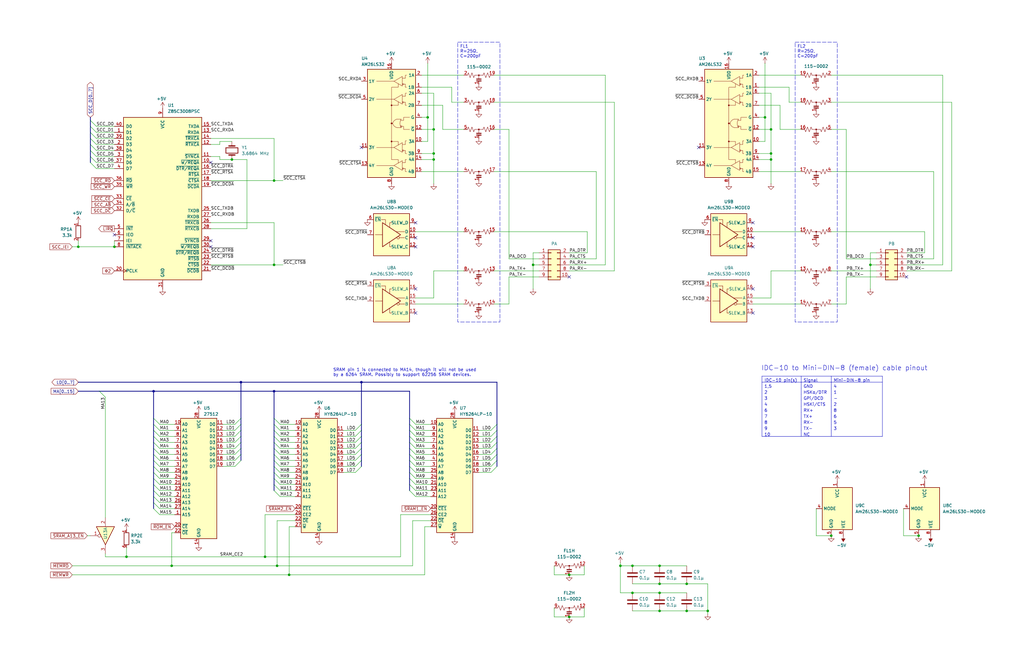
<source format=kicad_sch>
(kicad_sch (version 20250114) (generator "eeschema") (generator_version "9.0")
  (paper "USLedger")
  (title_block (title "Apple II Workstation Card (820-0204-B)") (date "2025-12-08") (rev "670-0204-A") (comment 2 "captured by Mark Aikens") (comment 3 "by Apple Computer") (comment 4 "AppleTalk networking and printer card for IIe computers"))
  (text "IDC-10 to Mini-DIN-8 (female) cable pinout" (at 356.108 155.448 0) (effects (font (size 2 2))))
  (text "SRAM pin 1 is connected to MA14, though it will not be used\nby a 6264 SRAM. Possibly to support 62256 SRAM devices." (at 140.462 157.226 0) (effects (font (size 1.27 1.27)) (justify left)))
  (text_box "FL2\nR=25Ω, C=200pF" (at 335.28 17.78 0) (size 17.78 118.11) (margins 0.9525 0.9525 0.9525 0.9525) (stroke (width 0) (type dash)) (effects (font (size 1.27 1.27)) (justify left top)))
  (text_box "FL1\nR=25Ω, C=200pF" (at 193.04 17.78 0) (size 17.78 118.11) (margins 0.9525 0.9525 0.9525 0.9525) (stroke (width 0) (type dash)) (effects (font (size 1.27 1.27)) (justify left top)))
  (junction (at 387.35 226.06))
  (junction (at 240.03 260.35))
  (junction (at 278.13 250.19))
  (junction (at 111.76 234.95))
  (junction (at 116.84 238.76))
  (junction (at 182.88 64.77))
  (junction (at 48.26 104.14))
  (junction (at 64.77 165.1))
  (junction (at 97.79 67.31))
  (junction (at 322.58 49.53))
  (junction (at 325.12 54.61))
  (junction (at 182.88 67.31))
  (junction (at 180.34 49.53))
  (junction (at 152.4 161.29))
  (junction (at 289.56 246.38))
  (junction (at 224.79 111.76))
  (junction (at 101.6 161.29))
  (junction (at 115.57 111.76))
  (junction (at 367.03 111.76))
  (junction (at 266.7 238.76))
  (junction (at 33.02 104.14))
  (junction (at 289.56 257.81))
  (junction (at 72.39 238.76))
  (junction (at 298.45 257.81))
  (junction (at 278.13 246.38))
  (junction (at 278.13 238.76))
  (junction (at 115.57 165.1))
  (junction (at 121.92 242.57))
  (junction (at 115.57 76.2))
  (junction (at 350.52 226.06))
  (junction (at 325.12 67.31))
  (junction (at 266.7 250.19))
  (junction (at 261.62 238.76))
  (junction (at 240.03 242.57))
  (junction (at 278.13 257.81))
  (junction (at 182.88 54.61))
  (junction (at 325.12 64.77))
  (junction (at 53.34 234.95))
  (no_connect (at 317.5 104.14))
  (no_connect (at 152.4 62.23))
  (no_connect (at 317.5 132.08))
  (no_connect (at 175.26 132.08))
  (no_connect (at 317.5 121.92))
  (no_connect (at 317.5 93.98))
  (no_connect (at 48.26 99.06))
  (no_connect (at 88.9 104.14))
  (no_connect (at 88.9 68.58))
  (no_connect (at 175.26 100.33))
  (no_connect (at 175.26 93.98))
  (no_connect (at 382.27 116.84))
  (no_connect (at 240.03 116.84))
  (no_connect (at 294.64 62.23))
  (no_connect (at 175.26 121.92))
  (no_connect (at 175.26 104.14))
  (no_connect (at 88.9 101.6))
  (no_connect (at 317.5 100.33))
  (bus_entry (at 67.31 214.63) (size -2.54 -2.54))
  (bus_entry (at 67.31 181.61) (size -2.54 -2.54))
  (bus_entry (at 149.86 194.31) (size 2.54 -2.54))
  (bus_entry (at 67.31 184.15) (size -2.54 -2.54))
  (bus_entry (at 40.64 53.34) (size -2.54 -2.54))
  (bus_entry (at 175.26 196.85) (size -2.54 -2.54))
  (bus_entry (at 175.26 189.23) (size -2.54 -2.54))
  (bus_entry (at 40.64 63.5) (size -2.54 -2.54))
  (bus_entry (at 118.11 179.07) (size -2.54 -2.54))
  (bus_entry (at 207.01 189.23) (size 2.54 -2.54))
  (bus_entry (at 175.26 204.47) (size -2.54 -2.54))
  (bus_entry (at 67.31 179.07) (size -2.54 -2.54))
  (bus_entry (at 149.86 199.39) (size 2.54 -2.54))
  (bus_entry (at 67.31 186.69) (size -2.54 -2.54))
  (bus_entry (at 149.86 181.61) (size 2.54 -2.54))
  (bus_entry (at 175.26 201.93) (size -2.54 -2.54))
  (bus_entry (at 67.31 191.77) (size -2.54 -2.54))
  (bus_entry (at 118.11 209.55) (size -2.54 -2.54))
  (bus_entry (at 67.31 199.39) (size -2.54 -2.54))
  (bus_entry (at 118.11 194.31) (size -2.54 -2.54))
  (bus_entry (at 67.31 189.23) (size -2.54 -2.54))
  (bus_entry (at 67.31 201.93) (size -2.54 -2.54))
  (bus_entry (at 99.06 179.07) (size 2.54 -2.54))
  (bus_entry (at 67.31 194.31) (size -2.54 -2.54))
  (bus_entry (at 40.64 66.04) (size -2.54 -2.54))
  (bus_entry (at 149.86 186.69) (size 2.54 -2.54))
  (bus_entry (at 175.26 191.77) (size -2.54 -2.54))
  (bus_entry (at 207.01 186.69) (size 2.54 -2.54))
  (bus_entry (at 99.06 189.23) (size 2.54 -2.54))
  (bus_entry (at 118.11 186.69) (size -2.54 -2.54))
  (bus_entry (at 99.06 191.77) (size 2.54 -2.54))
  (bus_entry (at 118.11 191.77) (size -2.54 -2.54))
  (bus_entry (at 207.01 196.85) (size 2.54 -2.54))
  (bus_entry (at 175.26 194.31) (size -2.54 -2.54))
  (bus_entry (at 175.26 207.01) (size -2.54 -2.54))
  (bus_entry (at 118.11 181.61) (size -2.54 -2.54))
  (bus_entry (at 99.06 194.31) (size 2.54 -2.54))
  (bus_entry (at 67.31 196.85) (size -2.54 -2.54))
  (bus_entry (at 99.06 196.85) (size 2.54 -2.54))
  (bus_entry (at 149.86 184.15) (size 2.54 -2.54))
  (bus_entry (at 149.86 196.85) (size 2.54 -2.54))
  (bus_entry (at 118.11 201.93) (size -2.54 -2.54))
  (bus_entry (at 175.26 181.61) (size -2.54 -2.54))
  (bus_entry (at 118.11 184.15) (size -2.54 -2.54))
  (bus_entry (at 175.26 209.55) (size -2.54 -2.54))
  (bus_entry (at 118.11 204.47) (size -2.54 -2.54))
  (bus_entry (at 67.31 217.17) (size -2.54 -2.54))
  (bus_entry (at 207.01 199.39) (size 2.54 -2.54))
  (bus_entry (at 44.45 167.64) (size -2.54 -2.54))
  (bus_entry (at 207.01 181.61) (size 2.54 -2.54))
  (bus_entry (at 149.86 191.77) (size 2.54 -2.54))
  (bus_entry (at 118.11 199.39) (size -2.54 -2.54))
  (bus_entry (at 40.64 55.88) (size -2.54 -2.54))
  (bus_entry (at 207.01 191.77) (size 2.54 -2.54))
  (bus_entry (at 175.26 186.69) (size -2.54 -2.54))
  (bus_entry (at 67.31 207.01) (size -2.54 -2.54))
  (bus_entry (at 118.11 207.01) (size -2.54 -2.54))
  (bus_entry (at 118.11 189.23) (size -2.54 -2.54))
  (bus_entry (at 99.06 186.69) (size 2.54 -2.54))
  (bus_entry (at 207.01 194.31) (size 2.54 -2.54))
  (bus_entry (at 175.26 199.39) (size -2.54 -2.54))
  (bus_entry (at 67.31 204.47) (size -2.54 -2.54))
  (bus_entry (at 40.64 68.58) (size -2.54 -2.54))
  (bus_entry (at 175.26 184.15) (size -2.54 -2.54))
  (bus_entry (at 99.06 184.15) (size 2.54 -2.54))
  (bus_entry (at 207.01 184.15) (size 2.54 -2.54))
  (bus_entry (at 40.64 58.42) (size -2.54 -2.54))
  (bus_entry (at 149.86 189.23) (size 2.54 -2.54))
  (bus_entry (at 67.31 209.55) (size -2.54 -2.54))
  (bus_entry (at 40.64 71.12) (size -2.54 -2.54))
  (bus_entry (at 118.11 196.85) (size -2.54 -2.54))
  (bus_entry (at 99.06 181.61) (size 2.54 -2.54))
  (bus_entry (at 67.31 212.09) (size -2.54 -2.54))
  (bus_entry (at 175.26 179.07) (size -2.54 -2.54))
  (bus_entry (at 40.64 60.96) (size -2.54 -2.54))
  (wire (pts (xy 224.79 111.76) (xy 227.33 111.76)))
  (wire (pts (xy 214.63 109.22) (xy 227.33 109.22)))
  (wire (pts (xy 44.45 167.64) (xy 44.45 218.44)))
  (wire (pts (xy 40.64 53.34) (xy 48.26 53.34)))
  (wire (pts (xy 175.26 194.31) (xy 181.61 194.31)))
  (wire (pts (xy 381 226.06) (xy 387.35 226.06)))
  (wire (pts (xy 322.58 59.69) (xy 322.58 49.53)))
  (wire (pts (xy 93.98 186.69) (xy 99.06 186.69)))
  (wire (pts (xy 233.68 242.57) (xy 240.03 242.57)))
  (wire (pts (xy 118.11 204.47) (xy 124.46 204.47)))
  (bus (pts (xy 101.6 189.23) (xy 101.6 191.77)))
  (wire (pts (xy 325.12 67.31) (xy 320.04 67.31)))
  (wire (pts (xy 111.76 217.17) (xy 124.46 217.17)))
  (bus (pts (xy 101.6 184.15) (xy 101.6 186.69)))
  (wire (pts (xy 356.87 54.61) (xy 356.87 109.22)))
  (wire (pts (xy 240.03 260.35) (xy 246.38 260.35)))
  (wire (pts (xy 322.58 49.53) (xy 320.04 49.53)))
  (wire (pts (xy 182.88 54.61) (xy 182.88 39.37)))
  (wire (pts (xy 289.56 257.81) (xy 298.45 257.81)))
  (bus (pts (xy 152.4 191.77) (xy 152.4 194.31)))
  (wire (pts (xy 175.26 189.23) (xy 181.61 189.23)))
  (wire (pts (xy 30.48 104.14) (xy 33.02 104.14)))
  (bus (pts (xy 115.57 176.53) (xy 115.57 179.07)))
  (wire (pts (xy 72.39 238.76) (xy 116.84 238.76)))
  (wire (pts (xy 177.8 59.69) (xy 180.34 59.69)))
  (wire (pts (xy 214.63 116.84) (xy 227.33 116.84)))
  (wire (pts (xy 175.26 186.69) (xy 181.61 186.69)))
  (bus (pts (xy 64.77 194.31) (xy 64.77 196.85)))
  (wire (pts (xy 208.28 31.75) (xy 255.27 31.75)))
  (wire (pts (xy 325.12 67.31) (xy 325.12 64.77)))
  (bus (pts (xy 115.57 201.93) (xy 115.57 204.47)))
  (wire (pts (xy 186.69 54.61) (xy 195.58 54.61)))
  (wire (pts (xy 88.9 111.76) (xy 115.57 111.76)))
  (wire (pts (xy 144.78 191.77) (xy 149.86 191.77)))
  (bus (pts (xy 64.77 176.53) (xy 64.77 179.07)))
  (wire (pts (xy 328.93 44.45) (xy 328.93 54.61)))
  (wire (pts (xy 325.12 54.61) (xy 320.04 54.61)))
  (wire (pts (xy 115.57 58.42) (xy 115.57 76.2)))
  (wire (pts (xy 115.57 111.76) (xy 115.57 93.98)))
  (wire (pts (xy 201.93 194.31) (xy 207.01 194.31)))
  (wire (pts (xy 259.08 43.18) (xy 259.08 114.3)))
  (bus (pts (xy 115.57 204.47) (xy 115.57 207.01)))
  (wire (pts (xy 92.71 66.04) (xy 92.71 67.31)))
  (wire (pts (xy 382.27 106.68) (xy 389.89 106.68)))
  (wire (pts (xy 40.64 58.42) (xy 48.26 58.42)))
  (wire (pts (xy 369.57 106.68) (xy 367.03 106.68)))
  (wire (pts (xy 214.63 54.61) (xy 214.63 109.22)))
  (bus (pts (xy 209.55 181.61) (xy 209.55 184.15)))
  (wire (pts (xy 118.11 196.85) (xy 124.46 196.85)))
  (wire (pts (xy 53.34 234.95) (xy 111.76 234.95)))
  (bus (pts (xy 209.55 184.15) (xy 209.55 186.69)))
  (wire (pts (xy 168.91 234.95) (xy 168.91 217.17)))
  (bus (pts (xy 152.4 179.07) (xy 152.4 181.61)))
  (bus (pts (xy 209.55 194.31) (xy 209.55 196.85)))
  (wire (pts (xy 67.31 217.17) (xy 73.66 217.17)))
  (wire (pts (xy 118.11 194.31) (xy 124.46 194.31)))
  (wire (pts (xy 175.26 179.07) (xy 181.61 179.07)))
  (wire (pts (xy 33.02 104.14) (xy 48.26 104.14)))
  (bus (pts (xy 33.02 165.1) (xy 41.91 165.1)))
  (wire (pts (xy 67.31 184.15) (xy 73.66 184.15)))
  (wire (pts (xy 115.57 111.76) (xy 119.38 111.76)))
  (bus (pts (xy 172.72 196.85) (xy 172.72 199.39)))
  (wire (pts (xy 88.9 76.2) (xy 115.57 76.2)))
  (wire (pts (xy 67.31 209.55) (xy 73.66 209.55)))
  (wire (pts (xy 115.57 76.2) (xy 119.38 76.2)))
  (wire (pts (xy 93.98 196.85) (xy 99.06 196.85)))
  (wire (pts (xy 320.04 59.69) (xy 322.58 59.69)))
  (wire (pts (xy 144.78 199.39) (xy 149.86 199.39)))
  (wire (pts (xy 72.39 224.79) (xy 72.39 238.76)))
  (wire (pts (xy 320.04 72.39) (xy 337.82 72.39)))
  (bus (pts (xy 64.77 201.93) (xy 64.77 204.47)))
  (wire (pts (xy 40.64 68.58) (xy 48.26 68.58)))
  (bus (pts (xy 172.72 189.23) (xy 172.72 191.77)))
  (wire (pts (xy 278.13 257.81) (xy 289.56 257.81)))
  (wire (pts (xy 389.89 106.68) (xy 389.89 97.79)))
  (wire (pts (xy 401.32 114.3) (xy 382.27 114.3)))
  (wire (pts (xy 367.03 111.76) (xy 367.03 121.92)))
  (bus (pts (xy 64.77 209.55) (xy 64.77 212.09)))
  (wire (pts (xy 214.63 54.61) (xy 208.28 54.61)))
  (wire (pts (xy 182.88 54.61) (xy 177.8 54.61)))
  (wire (pts (xy 67.31 214.63) (xy 73.66 214.63)))
  (wire (pts (xy 298.45 257.81) (xy 298.45 259.08)))
  (bus (pts (xy 152.4 161.29) (xy 209.55 161.29)))
  (wire (pts (xy 227.33 106.68) (xy 224.79 106.68)))
  (wire (pts (xy 350.52 97.79) (xy 389.89 97.79)))
  (wire (pts (xy 118.11 201.93) (xy 124.46 201.93)))
  (wire (pts (xy 182.88 67.31) (xy 177.8 67.31)))
  (wire (pts (xy 266.7 238.76) (xy 278.13 238.76)))
  (wire (pts (xy 144.78 186.69) (xy 149.86 186.69)))
  (bus (pts (xy 152.4 161.29) (xy 152.4 179.07)))
  (wire (pts (xy 356.87 109.22) (xy 369.57 109.22)))
  (wire (pts (xy 177.8 72.39) (xy 195.58 72.39)))
  (wire (pts (xy 344.17 226.06) (xy 350.52 226.06)))
  (wire (pts (xy 179.07 222.25) (xy 181.61 222.25)))
  (wire (pts (xy 92.71 59.69) (xy 97.79 59.69)))
  (wire (pts (xy 67.31 196.85) (xy 73.66 196.85)))
  (bus (pts (xy 101.6 161.29) (xy 101.6 176.53)))
  (bus (pts (xy 152.4 186.69) (xy 152.4 189.23)))
  (wire (pts (xy 224.79 106.68) (xy 224.79 111.76)))
  (bus (pts (xy 64.77 191.77) (xy 64.77 194.31)))
  (bus (pts (xy 38.1 58.42) (xy 38.1 60.96)))
  (wire (pts (xy 179.07 242.57) (xy 179.07 222.25)))
  (bus (pts (xy 115.57 199.39) (xy 115.57 201.93)))
  (wire (pts (xy 175.26 201.93) (xy 181.61 201.93)))
  (wire (pts (xy 344.17 214.63) (xy 344.17 226.06)))
  (wire (pts (xy 173.99 238.76) (xy 173.99 219.71)))
  (bus (pts (xy 64.77 186.69) (xy 64.77 189.23)))
  (bus (pts (xy 115.57 165.1) (xy 172.72 165.1)))
  (wire (pts (xy 322.58 26.67) (xy 322.58 49.53)))
  (wire (pts (xy 111.76 234.95) (xy 168.91 234.95)))
  (wire (pts (xy 278.13 250.19) (xy 266.7 250.19)))
  (wire (pts (xy 44.45 234.95) (xy 44.45 233.68)))
  (wire (pts (xy 261.62 238.76) (xy 266.7 238.76)))
  (bus (pts (xy 38.1 66.04) (xy 38.1 68.58)))
  (bus (pts (xy 172.72 194.31) (xy 172.72 196.85)))
  (wire (pts (xy 182.88 125.73) (xy 182.88 114.3)))
  (bus (pts (xy 64.77 165.1) (xy 115.57 165.1)))
  (wire (pts (xy 251.46 72.39) (xy 208.28 72.39)))
  (wire (pts (xy 201.93 181.61) (xy 207.01 181.61)))
  (wire (pts (xy 325.12 64.77) (xy 325.12 54.61)))
  (bus (pts (xy 209.55 186.69) (xy 209.55 189.23)))
  (wire (pts (xy 182.88 54.61) (xy 182.88 64.77)))
  (wire (pts (xy 177.8 64.77) (xy 182.88 64.77)))
  (wire (pts (xy 121.92 242.57) (xy 121.92 222.25)))
  (wire (pts (xy 186.69 44.45) (xy 177.8 44.45)))
  (wire (pts (xy 144.78 184.15) (xy 149.86 184.15)))
  (wire (pts (xy 67.31 201.93) (xy 73.66 201.93)))
  (wire (pts (xy 289.56 246.38) (xy 298.45 246.38)))
  (bus (pts (xy 115.57 186.69) (xy 115.57 189.23)))
  (wire (pts (xy 397.51 31.75) (xy 397.51 111.76)))
  (wire (pts (xy 88.9 60.96) (xy 92.71 60.96)))
  (bus (pts (xy 101.6 161.29) (xy 152.4 161.29)))
  (wire (pts (xy 36.83 226.06) (xy 38.1 226.06)))
  (wire (pts (xy 255.27 31.75) (xy 255.27 111.76)))
  (wire (pts (xy 88.9 58.42) (xy 115.57 58.42)))
  (wire (pts (xy 320.04 36.83) (xy 332.74 36.83)))
  (wire (pts (xy 201.93 199.39) (xy 207.01 199.39)))
  (wire (pts (xy 186.69 54.61) (xy 186.69 44.45)))
  (bus (pts (xy 64.77 184.15) (xy 64.77 186.69)))
  (bus (pts (xy 115.57 189.23) (xy 115.57 191.77)))
  (bus (pts (xy 115.57 191.77) (xy 115.57 194.31)))
  (wire (pts (xy 201.93 189.23) (xy 207.01 189.23)))
  (bus (pts (xy 38.1 50.8) (xy 38.1 53.34)))
  (wire (pts (xy 168.91 217.17) (xy 181.61 217.17)))
  (bus (pts (xy 115.57 165.1) (xy 115.57 176.53)))
  (wire (pts (xy 233.68 238.76) (xy 233.68 242.57)))
  (wire (pts (xy 67.31 186.69) (xy 73.66 186.69)))
  (wire (pts (xy 317.5 125.73) (xy 325.12 125.73)))
  (bus (pts (xy 38.1 49.53) (xy 38.1 50.8)))
  (wire (pts (xy 180.34 59.69) (xy 180.34 49.53)))
  (wire (pts (xy 175.26 97.79) (xy 195.58 97.79)))
  (wire (pts (xy 44.45 234.95) (xy 53.34 234.95)))
  (wire (pts (xy 92.71 67.31) (xy 97.79 67.31)))
  (wire (pts (xy 320.04 44.45) (xy 328.93 44.45)))
  (wire (pts (xy 320.04 31.75) (xy 337.82 31.75)))
  (wire (pts (xy 93.98 184.15) (xy 99.06 184.15)))
  (bus (pts (xy 64.77 189.23) (xy 64.77 191.77)))
  (bus (pts (xy 101.6 181.61) (xy 101.6 184.15)))
  (bus (pts (xy 38.1 63.5) (xy 38.1 66.04)))
  (wire (pts (xy 356.87 128.27) (xy 356.87 116.84)))
  (wire (pts (xy 397.51 111.76) (xy 382.27 111.76)))
  (bus (pts (xy 172.72 176.53) (xy 172.72 179.07)))
  (wire (pts (xy 118.11 191.77) (xy 124.46 191.77)))
  (bus (pts (xy 115.57 181.61) (xy 115.57 184.15)))
  (wire (pts (xy 350.52 114.3) (xy 369.57 114.3)))
  (bus (pts (xy 101.6 179.07) (xy 101.6 181.61)))
  (wire (pts (xy 251.46 72.39) (xy 251.46 109.22)))
  (bus (pts (xy 172.72 199.39) (xy 172.72 201.93)))
  (wire (pts (xy 72.39 224.79) (xy 73.66 224.79)))
  (bus (pts (xy 64.77 207.01) (xy 64.77 209.55)))
  (bus (pts (xy 115.57 196.85) (xy 115.57 199.39)))
  (wire (pts (xy 278.13 238.76) (xy 289.56 238.76)))
  (wire (pts (xy 40.64 66.04) (xy 48.26 66.04)))
  (wire (pts (xy 367.03 111.76) (xy 369.57 111.76)))
  (wire (pts (xy 173.99 219.71) (xy 181.61 219.71)))
  (wire (pts (xy 67.31 191.77) (xy 73.66 191.77)))
  (wire (pts (xy 317.5 97.79) (xy 337.82 97.79)))
  (wire (pts (xy 93.98 194.31) (xy 99.06 194.31)))
  (wire (pts (xy 201.93 184.15) (xy 207.01 184.15)))
  (wire (pts (xy 261.62 238.76) (xy 261.62 250.19)))
  (wire (pts (xy 182.88 39.37) (xy 177.8 39.37)))
  (wire (pts (xy 325.12 125.73) (xy 325.12 114.3)))
  (wire (pts (xy 177.8 31.75) (xy 195.58 31.75)))
  (wire (pts (xy 67.31 179.07) (xy 73.66 179.07)))
  (bus (pts (xy 115.57 194.31) (xy 115.57 196.85)))
  (bus (pts (xy 64.77 181.61) (xy 64.77 184.15)))
  (wire (pts (xy 40.64 60.96) (xy 48.26 60.96)))
  (wire (pts (xy 247.65 106.68) (xy 240.03 106.68)))
  (wire (pts (xy 118.11 186.69) (xy 124.46 186.69)))
  (wire (pts (xy 182.88 64.77) (xy 182.88 67.31)))
  (wire (pts (xy 201.93 186.69) (xy 207.01 186.69)))
  (wire (pts (xy 251.46 109.22) (xy 240.03 109.22)))
  (wire (pts (xy 175.26 196.85) (xy 181.61 196.85)))
  (wire (pts (xy 67.31 194.31) (xy 73.66 194.31)))
  (wire (pts (xy 240.03 111.76) (xy 255.27 111.76)))
  (bus (pts (xy 64.77 212.09) (xy 64.77 214.63)))
  (wire (pts (xy 246.38 260.35) (xy 246.38 256.54)))
  (wire (pts (xy 266.7 246.38) (xy 278.13 246.38)))
  (wire (pts (xy 328.93 54.61) (xy 337.82 54.61)))
  (wire (pts (xy 93.98 181.61) (xy 99.06 181.61)))
  (bus (pts (xy 209.55 161.29) (xy 209.55 179.07)))
  (bus (pts (xy 64.77 196.85) (xy 64.77 199.39)))
  (bus (pts (xy 115.57 184.15) (xy 115.57 186.69)))
  (wire (pts (xy 332.74 43.18) (xy 337.82 43.18)))
  (bus (pts (xy 33.02 161.29) (xy 101.6 161.29)))
  (wire (pts (xy 182.88 67.31) (xy 182.88 77.47)))
  (wire (pts (xy 246.38 242.57) (xy 240.03 242.57)))
  (bus (pts (xy 172.72 204.47) (xy 172.72 207.01)))
  (bus (pts (xy 64.77 204.47) (xy 64.77 207.01)))
  (wire (pts (xy 104.14 67.31) (xy 104.14 96.52)))
  (wire (pts (xy 67.31 204.47) (xy 73.66 204.47)))
  (wire (pts (xy 190.5 43.18) (xy 190.5 36.83)))
  (wire (pts (xy 298.45 246.38) (xy 298.45 257.81)))
  (wire (pts (xy 381 214.63) (xy 381 226.06)))
  (wire (pts (xy 144.78 189.23) (xy 149.86 189.23)))
  (bus (pts (xy 172.72 201.93) (xy 172.72 204.47)))
  (wire (pts (xy 175.26 184.15) (xy 181.61 184.15)))
  (wire (pts (xy 116.84 219.71) (xy 124.46 219.71)))
  (wire (pts (xy 233.68 260.35) (xy 240.03 260.35)))
  (bus (pts (xy 152.4 189.23) (xy 152.4 191.77)))
  (wire (pts (xy 350.52 31.75) (xy 397.51 31.75)))
  (wire (pts (xy 190.5 43.18) (xy 195.58 43.18)))
  (wire (pts (xy 182.88 125.73) (xy 175.26 125.73)))
  (bus (pts (xy 152.4 181.61) (xy 152.4 184.15)))
  (wire (pts (xy 175.26 204.47) (xy 181.61 204.47)))
  (bus (pts (xy 172.72 184.15) (xy 172.72 186.69)))
  (bus (pts (xy 101.6 191.77) (xy 101.6 194.31)))
  (wire (pts (xy 325.12 54.61) (xy 325.12 39.37)))
  (wire (pts (xy 116.84 238.76) (xy 173.99 238.76)))
  (bus (pts (xy 172.72 186.69) (xy 172.72 189.23)))
  (wire (pts (xy 208.28 97.79) (xy 247.65 97.79)))
  (wire (pts (xy 40.64 63.5) (xy 48.26 63.5)))
  (bus (pts (xy 64.77 165.1) (xy 64.77 176.53)))
  (wire (pts (xy 111.76 234.95) (xy 111.76 217.17)))
  (wire (pts (xy 325.12 64.77) (xy 320.04 64.77)))
  (wire (pts (xy 233.68 260.35) (xy 233.68 256.54)))
  (wire (pts (xy 30.48 242.57) (xy 121.92 242.57)))
  (wire (pts (xy 97.79 67.31) (xy 104.14 67.31)))
  (bus (pts (xy 41.91 165.1) (xy 64.77 165.1)))
  (bus (pts (xy 101.6 186.69) (xy 101.6 189.23)))
  (wire (pts (xy 201.93 196.85) (xy 207.01 196.85)))
  (wire (pts (xy 67.31 181.61) (xy 73.66 181.61)))
  (wire (pts (xy 118.11 209.55) (xy 124.46 209.55)))
  (wire (pts (xy 175.26 181.61) (xy 181.61 181.61)))
  (wire (pts (xy 247.65 97.79) (xy 247.65 106.68)))
  (wire (pts (xy 266.7 250.19) (xy 261.62 250.19)))
  (bus (pts (xy 172.72 191.77) (xy 172.72 194.31)))
  (bus (pts (xy 38.1 60.96) (xy 38.1 63.5)))
  (wire (pts (xy 393.7 72.39) (xy 393.7 109.22)))
  (bus (pts (xy 209.55 191.77) (xy 209.55 194.31)))
  (wire (pts (xy 93.98 179.07) (xy 99.06 179.07)))
  (bus (pts (xy 64.77 179.07) (xy 64.77 181.61)))
  (wire (pts (xy 401.32 43.18) (xy 401.32 114.3)))
  (wire (pts (xy 214.63 128.27) (xy 214.63 116.84)))
  (wire (pts (xy 53.34 231.14) (xy 53.34 234.95)))
  (bus (pts (xy 172.72 179.07) (xy 172.72 181.61)))
  (wire (pts (xy 144.78 181.61) (xy 149.86 181.61)))
  (wire (pts (xy 121.92 242.57) (xy 179.07 242.57)))
  (wire (pts (xy 208.28 128.27) (xy 214.63 128.27)))
  (wire (pts (xy 144.78 196.85) (xy 149.86 196.85)))
  (wire (pts (xy 266.7 257.81) (xy 278.13 257.81)))
  (wire (pts (xy 350.52 43.18) (xy 401.32 43.18)))
  (bus (pts (xy 172.72 165.1) (xy 172.72 176.53)))
  (wire (pts (xy 356.87 116.84) (xy 369.57 116.84)))
  (bus (pts (xy 38.1 53.34) (xy 38.1 55.88)))
  (wire (pts (xy 93.98 191.77) (xy 99.06 191.77)))
  (bus (pts (xy 101.6 176.53) (xy 101.6 179.07)))
  (wire (pts (xy 121.92 222.25) (xy 124.46 222.25)))
  (wire (pts (xy 40.64 71.12) (xy 48.26 71.12)))
  (wire (pts (xy 175.26 191.77) (xy 181.61 191.77)))
  (wire (pts (xy 367.03 106.68) (xy 367.03 111.76)))
  (wire (pts (xy 118.11 189.23) (xy 124.46 189.23)))
  (wire (pts (xy 190.5 36.83) (xy 177.8 36.83)))
  (bus (pts (xy 38.1 55.88) (xy 38.1 58.42)))
  (wire (pts (xy 118.11 181.61) (xy 124.46 181.61)))
  (wire (pts (xy 67.31 207.01) (xy 73.66 207.01)))
  (wire (pts (xy 201.93 191.77) (xy 207.01 191.77)))
  (wire (pts (xy 317.5 128.27) (xy 337.82 128.27)))
  (wire (pts (xy 93.98 189.23) (xy 99.06 189.23)))
  (wire (pts (xy 67.31 189.23) (xy 73.66 189.23)))
  (wire (pts (xy 393.7 109.22) (xy 382.27 109.22)))
  (wire (pts (xy 175.26 207.01) (xy 181.61 207.01)))
  (wire (pts (xy 289.56 250.19) (xy 278.13 250.19)))
  (wire (pts (xy 67.31 199.39) (xy 73.66 199.39)))
  (bus (pts (xy 115.57 179.07) (xy 115.57 181.61)))
  (wire (pts (xy 180.34 26.67) (xy 180.34 49.53)))
  (wire (pts (xy 208.28 114.3) (xy 227.33 114.3)))
  (bus (pts (xy 64.77 199.39) (xy 64.77 201.93)))
  (wire (pts (xy 325.12 77.47) (xy 325.12 67.31)))
  (wire (pts (xy 325.12 114.3) (xy 337.82 114.3)))
  (wire (pts (xy 175.26 199.39) (xy 181.61 199.39)))
  (bus (pts (xy 209.55 179.07) (xy 209.55 181.61)))
  (wire (pts (xy 261.62 237.49) (xy 261.62 238.76)))
  (wire (pts (xy 350.52 72.39) (xy 393.7 72.39)))
  (wire (pts (xy 246.38 238.76) (xy 246.38 242.57)))
  (wire (pts (xy 67.31 212.09) (xy 73.66 212.09)))
  (wire (pts (xy 175.26 209.55) (xy 181.61 209.55)))
  (wire (pts (xy 118.11 207.01) (xy 124.46 207.01)))
  (bus (pts (xy 152.4 194.31) (xy 152.4 196.85)))
  (wire (pts (xy 115.57 93.98) (xy 88.9 93.98)))
  (wire (pts (xy 88.9 66.04) (xy 92.71 66.04)))
  (wire (pts (xy 144.78 194.31) (xy 149.86 194.31)))
  (wire (pts (xy 92.71 60.96) (xy 92.71 59.69)))
  (wire (pts (xy 332.74 36.83) (xy 332.74 43.18)))
  (bus (pts (xy 172.72 181.61) (xy 172.72 184.15)))
  (wire (pts (xy 30.48 238.76) (xy 72.39 238.76)))
  (bus (pts (xy 152.4 184.15) (xy 152.4 186.69)))
  (wire (pts (xy 40.64 55.88) (xy 48.26 55.88)))
  (wire (pts (xy 118.11 199.39) (xy 124.46 199.39)))
  (wire (pts (xy 259.08 114.3) (xy 240.03 114.3)))
  (wire (pts (xy 224.79 111.76) (xy 224.79 121.92)))
  (wire (pts (xy 180.34 49.53) (xy 177.8 49.53)))
  (wire (pts (xy 182.88 114.3) (xy 195.58 114.3)))
  (wire (pts (xy 116.84 238.76) (xy 116.84 219.71)))
  (wire (pts (xy 48.26 101.6) (xy 48.26 104.14)))
  (wire (pts (xy 175.26 128.27) (xy 195.58 128.27)))
  (wire (pts (xy 104.14 96.52) (xy 88.9 96.52)))
  (wire (pts (xy 208.28 43.18) (xy 259.08 43.18)))
  (wire (pts (xy 350.52 128.27) (xy 356.87 128.27)))
  (wire (pts (xy 278.13 246.38) (xy 289.56 246.38)))
  (wire (pts (xy 325.12 39.37) (xy 320.04 39.37)))
  (wire (pts (xy 33.02 101.6) (xy 33.02 104.14)))
  (wire (pts (xy 118.11 184.15) (xy 124.46 184.15)))
  (wire (pts (xy 350.52 54.61) (xy 356.87 54.61)))
  (bus (pts (xy 209.55 189.23) (xy 209.55 191.77)))
  (wire (pts (xy 118.11 179.07) (xy 124.46 179.07)))
  (table (column_count 3) (border (external yes) (header yes)) (separators (rows no) (cols yes)) (column_widths 16.51 12.7 21.59) (row_heights 2.54 2.54 2.54 2.54 2.54 2.54 2.54 2.54 2.54 2.54) (cells (table_cell "IDC-10 pin(s)" (at 321.31 158.75 0) (size 16.51 2.54) (margins 0.9525 0.9525 0.9525 0.9525) (span 1 1)) (table_cell "Signal" (at 337.82 158.75 0) (size 12.7 2.54) (margins 0.9525 0.9525 0.9525 0.9525) (span 1 1)) (table_cell "Mini-DIN-8 pin" (at 350.52 158.75 0) (size 21.59 2.54) (margins 0.9525 0.9525 0.9525 0.9525) (span 1 1)) (table_cell "1,5" (at 321.31 161.29 0) (size 16.51 2.54) (margins 0.9525 0.9525 0.9525 0.9525) (span 1 1)) (table_cell "GND" (at 337.82 161.29 0) (size 12.7 2.54) (margins 0.9525 0.9525 0.9525 0.9525) (span 1 1)) (table_cell "4" (at 350.52 161.29 0) (size 21.59 2.54) (margins 0.9525 0.9525 0.9525 0.9525) (span 1 1)) (table_cell "2" (at 321.31 163.83 0) (size 16.51 2.54) (margins 0.9525 0.9525 0.9525 0.9525) (span 1 1)) (table_cell "HSKo/DTR" (at 337.82 163.83 0) (size 12.7 2.54) (margins 0.9525 0.9525 0.9525 0.9525) (span 1 1)) (table_cell "1" (at 350.52 163.83 0) (size 21.59 2.54) (margins 0.9525 0.9525 0.9525 0.9525) (span 1 1)) (table_cell "3" (at 321.31 166.37 0) (size 16.51 2.54) (margins 0.9525 0.9525 0.9525 0.9525) (span 1 1)) (table_cell "GPi/DCD" (at 337.82 166.37 0) (size 12.7 2.54) (margins 0.9525 0.9525 0.9525 0.9525) (span 1 1)) (table_cell "-" (at 350.52 166.37 0) (size 21.59 2.54) (margins 0.9525 0.9525 0.9525 0.9525) (span 1 1)) (table_cell "4" (at 321.31 168.91 0) (size 16.51 2.54) (margins 0.9525 0.9525 0.9525 0.9525) (span 1 1)) (table_cell "HSKi/CTS" (at 337.82 168.91 0) (size 12.7 2.54) (margins 0.9525 0.9525 0.9525 0.9525) (span 1 1)) (table_cell "2" (at 350.52 168.91 0) (size 21.59 2.54) (margins 0.9525 0.9525 0.9525 0.9525) (span 1 1)) (table_cell "6" (at 321.31 171.45 0) (size 16.51 2.54) (margins 0.9525 0.9525 0.9525 0.9525) (span 1 1)) (table_cell "RX+" (at 337.82 171.45 0) (size 12.7 2.54) (margins 0.9525 0.9525 0.9525 0.9525) (span 1 1)) (table_cell "8" (at 350.52 171.45 0) (size 21.59 2.54) (margins 0.9525 0.9525 0.9525 0.9525) (span 1 1)) (table_cell "7" (at 321.31 173.99 0) (size 16.51 2.54) (margins 0.9525 0.9525 0.9525 0.9525) (span 1 1)) (table_cell "TX+" (at 337.82 173.99 0) (size 12.7 2.54) (margins 0.9525 0.9525 0.9525 0.9525) (span 1 1)) (table_cell "6" (at 350.52 173.99 0) (size 21.59 2.54) (margins 0.9525 0.9525 0.9525 0.9525) (span 1 1)) (table_cell "8" (at 321.31 176.53 0) (size 16.51 2.54) (margins 0.9525 0.9525 0.9525 0.9525) (span 1 1)) (table_cell "RX-" (at 337.82 176.53 0) (size 12.7 2.54) (margins 0.9525 0.9525 0.9525 0.9525) (span 1 1)) (table_cell "5" (at 350.52 176.53 0) (size 21.59 2.54) (margins 0.9525 0.9525 0.9525 0.9525) (span 1 1)) (table_cell "9" (at 321.31 179.07 0) (size 16.51 2.54) (margins 0.9525 0.9525 0.9525 0.9525) (span 1 1)) (table_cell "TX-" (at 337.82 179.07 0) (size 12.7 2.54) (margins 0.9525 0.9525 0.9525 0.9525) (span 1 1)) (table_cell "3" (at 350.52 179.07 0) (size 21.59 2.54) (margins 0.9525 0.9525 0.9525 0.9525) (span 1 1)) (table_cell "10" (at 321.31 181.61 0) (size 16.51 2.54) (margins 0.9525 0.9525 0.9525 0.9525) (span 1 1)) (table_cell "NC" (at 337.82 181.61 0) (size 12.7 2.54) (margins 0.9525 0.9525 0.9525 0.9525) (span 1 1)) (table_cell "" (at 350.52 181.61 0) (size 21.59 2.54) (margins 0.9525 0.9525 0.9525 0.9525) (span 1 1))))
  (label "LD6" (at 99.06 194.31 180))
  (label "SCC_D4" (at 40.64 63.5 0))
  (label "MA3" (at 67.31 186.69 0))
  (label "LD0" (at 99.06 179.07 180))
  (label "~{SCC_CTSA}" (at 119.38 76.2 0))
  (label "MA7" (at 118.11 196.85 0))
  (label "SCC_TXDA" (at 88.9 53.34 0))
  (label "MA4" (at 67.31 189.23 0))
  (label "MA14" (at 67.31 214.63 0))
  (label "LD3" (at 99.06 186.69 180))
  (label "MA12" (at 118.11 209.55 0))
  (label "LD1" (at 149.86 184.15 180))
  (label "MA12" (at 67.31 209.55 0))
  (label "SCC_D3" (at 40.64 60.96 0))
  (label "MA13" (at 67.31 212.09 0))
  (label "MA0" (at 118.11 179.07 0))
  (label "MA10" (at 118.11 204.47 0))
  (label "LD4" (at 99.06 189.23 180))
  (label "SCC_D1" (at 40.64 55.88 0))
  (label "SCC_RXDB" (at 294.64 34.29 180))
  (label "LD5" (at 99.06 191.77 180))
  (label "MA1" (at 118.11 181.61 0))
  (label "PB_RX+" (at 382.27 111.76 0))
  (label "MA0" (at 175.26 179.07 0))
  (label "~{SCC_DCDB}" (at 88.9 114.3 0))
  (label "PB_TX-" (at 356.87 116.84 0))
  (label "SCC_D5" (at 40.64 66.04 0))
  (label "~{SCC_CTSB}" (at 119.38 111.76 0))
  (label "~{SCC_CTSB}" (at 294.64 69.85 180))
  (label "LD5" (at 207.01 194.31 180))
  (label "SCC_RXDA" (at 152.4 34.29 180))
  (label "~{SCC_DTRA}" (at 88.9 71.12 0))
  (label "MA3" (at 118.11 186.69 0))
  (label "LD7" (at 207.01 199.39 180))
  (label "SCC_RXDB" (at 88.9 91.44 0))
  (label "LD5" (at 149.86 194.31 180))
  (label "MA6" (at 175.26 194.31 0))
  (label "MA12" (at 175.26 209.55 0))
  (label "~{SCC_RTSA}" (at 88.9 73.66 0))
  (label "MA9" (at 175.26 201.93 0))
  (label "PB_RX-" (at 382.27 114.3 0))
  (label "MA1" (at 175.26 181.61 0))
  (label "~{SCC_CTSA}" (at 152.4 69.85 180))
  (label "LD7" (at 149.86 199.39 180))
  (label "~{SCC_DTRB}" (at 88.9 106.68 0))
  (label "LD4" (at 207.01 191.77 180))
  (label "MA8" (at 67.31 199.39 0))
  (label "MA6" (at 67.31 194.31 0))
  (label "SRAM_CE2" (at 92.71 234.95 0))
  (label "PA_RX-" (at 240.03 114.3 0))
  (label "MA11" (at 175.26 207.01 0))
  (label "LD3" (at 149.86 189.23 180))
  (label "PB_DTR" (at 382.27 106.68 0))
  (label "MA2" (at 118.11 184.15 0))
  (label "LD7" (at 99.06 196.85 180))
  (label "SCC_D2" (at 40.64 58.42 0))
  (label "LD2" (at 149.86 186.69 180))
  (label "MA7" (at 67.31 196.85 0))
  (label "MA11" (at 67.31 207.01 0))
  (label "PA_RX+" (at 240.03 111.76 0))
  (label "PA_CTS" (at 240.03 109.22 0))
  (label "~{SCC_DCDA}" (at 88.9 78.74 0))
  (label "MA10" (at 175.26 204.47 0))
  (label "MA9" (at 118.11 201.93 0))
  (label "MA4" (at 118.11 189.23 0))
  (label "LD6" (at 149.86 196.85 180))
  (label "SCC_RXDA" (at 88.9 55.88 0))
  (label "SCC_D0" (at 40.64 53.34 0))
  (label "MA15" (at 67.31 217.17 0))
  (label "MA5" (at 175.26 191.77 0))
  (label "SCC_TXDB" (at 88.9 88.9 0))
  (label "SCC_TXDA" (at 154.94 127 180))
  (label "~{SCC_DTRB}" (at 297.18 99.06 180))
  (label "LD1" (at 207.01 184.15 180))
  (label "LD0" (at 149.86 181.61 180))
  (label "PA_DCD" (at 214.63 109.22 0))
  (label "LD0" (at 207.01 181.61 180))
  (label "MA2" (at 175.26 184.15 0))
  (label "PA_TX+" (at 214.63 114.3 0))
  (label "~{SCC_DCDA}" (at 152.4 41.91 180))
  (label "MA2" (at 67.31 184.15 0))
  (label "MA8" (at 118.11 199.39 0))
  (label "MA9" (at 67.31 201.93 0))
  (label "SCC_D6" (at 40.64 68.58 0))
  (label "~{SCC_RTSA}" (at 154.94 120.65 180))
  (label "MA5" (at 67.31 191.77 0))
  (label "SCC_D7" (at 40.64 71.12 0))
  (label "~{SCC_RTSB}" (at 297.18 120.65 180))
  (label "LD3" (at 207.01 189.23 180))
  (label "SCC_TXDB" (at 297.18 127 180))
  (label "MA4" (at 175.26 189.23 0))
  (label "MA13" (at 44.45 167.64 270))
  (label "MA0" (at 67.31 179.07 0))
  (label "MA6" (at 118.11 194.31 0))
  (label "MA5" (at 118.11 191.77 0))
  (label "LD4" (at 149.86 191.77 180))
  (label "PB_TX+" (at 356.87 114.3 0))
  (label "LD6" (at 207.01 196.85 180))
  (label "MA1" (at 67.31 181.61 0))
  (label "~{SCC_RTSB}" (at 88.9 109.22 0))
  (label "LD2" (at 99.06 184.15 180))
  (label "MA3" (at 175.26 186.69 0))
  (label "PB_CTS" (at 382.27 109.22 0))
  (label "MA11" (at 118.11 207.01 0))
  (label "MA7" (at 175.26 196.85 0))
  (label "LD1" (at 99.06 181.61 180))
  (label "MA8" (at 175.26 199.39 0))
  (label "MA10" (at 67.31 204.47 0))
  (label "PA_DTR" (at 240.03 106.68 0))
  (label "LD2" (at 207.01 186.69 180))
  (label "PB_DCD" (at 356.87 109.22 0))
  (label "~{SCC_DCDB}" (at 294.64 41.91 180))
  (label "PA_TX-" (at 214.63 116.84 0))
  (label "~{SCC_DTRA}" (at 154.94 99.06 180))
  (global_label "SCC_IEI" (shape input) (at 30.48 104.14 180) (property "Intersheetrefs" "${INTERSHEET_REFS}" (effects (hide yes))))
  (global_label "~{ROM_EN}" (shape input) (at 73.66 222.25 180) (property "Intersheetrefs" "${INTERSHEET_REFS}" (effects (hide yes))))
  (global_label "~{SRAM1_EN}" (shape input) (at 181.61 214.63 180) (property "Intersheetrefs" "${INTERSHEET_REFS}" (effects (hide yes))))
  (global_label "SCC_D[0..7]" (shape bidirectional) (at 38.1 49.53 90) (property "Intersheetrefs" "${INTERSHEET_REFS}" (effects (hide yes))))
  (global_label "~{SCC_CE}" (shape input) (at 48.26 83.82 180) (property "Intersheetrefs" "${INTERSHEET_REFS}" (effects (hide yes))))
  (global_label "~{SRAM2_EN}" (shape input) (at 124.46 214.63 180) (property "Intersheetrefs" "${INTERSHEET_REFS}" (effects (hide yes))))
  (global_label "SCC_D~{C}" (shape input) (at 48.26 88.9 180) (property "Intersheetrefs" "${INTERSHEET_REFS}" (effects (hide yes))))
  (global_label "~{SRAM_A13_EN}" (shape input) (at 36.83 226.06 180) (property "Intersheetrefs" "${INTERSHEET_REFS}" (effects (hide yes))))
  (global_label "Φ2" (shape input) (at 48.26 114.3 180) (property "Intersheetrefs" "${INTERSHEET_REFS}" (effects (hide yes))))
  (global_label "LD[0..7]" (shape bidirectional) (at 33.02 161.29 180) (property "Intersheetrefs" "${INTERSHEET_REFS}" (effects (hide yes))))
  (global_label "MA[0..15]" (shape input) (at 33.02 165.1 180) (property "Intersheetrefs" "${INTERSHEET_REFS}" (effects (hide yes))))
  (global_label "~{MEMWR}" (shape input) (at 30.48 242.57 180) (property "Intersheetrefs" "${INTERSHEET_REFS}" (effects (hide yes))))
  (global_label "~{LIRQ}" (shape output) (at 48.26 96.52 180) (property "Intersheetrefs" "${INTERSHEET_REFS}" (effects (hide yes))))
  (global_label "~{SCC_WR}" (shape input) (at 48.26 78.74 180) (property "Intersheetrefs" "${INTERSHEET_REFS}" (effects (hide yes))))
  (global_label "~{MEMRD}" (shape input) (at 30.48 238.76 180) (property "Intersheetrefs" "${INTERSHEET_REFS}" (effects (hide yes))))
  (global_label "SCC_A~{B}" (shape input) (at 48.26 86.36 180) (property "Intersheetrefs" "${INTERSHEET_REFS}" (effects (hide yes))))
  (global_label "~{SCC_RD}" (shape input) (at 48.26 76.2 180) (property "Intersheetrefs" "${INTERSHEET_REFS}" (effects (hide yes))))
  (symbol (lib_id "Filter_Legacy:115-0002") (at 344.17 128.27 0) (mirror y) (unit 6)
    (property "Reference" "FL2" (effects (hide yes)))
    (property "Value" "115-0002" (effects (hide yes)))
    (property "Footprint" "Package_DIP:DIP-20_W7.62mm" (effects (hide yes)))
    (property "Description" "RC Network T-Filters, equivalent to Bourns 4120R-601-250/201; R=25Ω, C=200pF" (effects (hide yes)))
  )
  (symbol (lib_id "power:+5V") (at 389.89 203.2 0) (unit 1)
    (property "Reference" "#PWR015" (effects (hide yes)))
    (property "Value" "+5V" (at 389.382 199.136 0))
    (property "Description" "Power symbol creates a global label with name \"+5V\"" (effects (hide yes)))
  )
  (symbol (lib_id "Filter_Legacy:115-0002") (at 344.17 97.79 0) (mirror y) (unit 5)
    (property "Reference" "FL2" (effects (hide yes)))
    (property "Value" "115-0002" (effects (hide yes)))
    (property "Footprint" "Package_DIP:DIP-20_W7.62mm" (effects (hide yes)))
    (property "Description" "RC Network T-Filters, equivalent to Bourns 4120R-601-250/201; R=25Ω, C=200pF" (effects (hide yes)))
  )
  (symbol (lib_id "power:GND") (at 201.93 118.11 0) (mirror y) (unit 1)
    (property "Reference" "#PWR058" (effects (hide yes)))
    (property "Value" "GND" (effects (hide yes)))
    (property "Description" "Power symbol creates a global label with name \"GND\" , ground" (effects (hide yes)))
  )
  (symbol (lib_id "power:GND") (at 350.52 226.06 0) (unit 1)
    (property "Reference" "#PWR039" (effects (hide yes)))
    (property "Value" "GND" (effects (hide yes)))
    (property "Description" "Power symbol creates a global label with name \"GND\" , ground" (effects (hide yes)))
  )
  (symbol (lib_id "Interface_UART:Z8530") (at 68.58 83.82 0) (unit 1)
    (property "Reference" "U1" (at 70.7233 44.45 0) (effects (justify left)))
    (property "Value" "Z85C3008PSC" (at 70.7233 46.99 0) (effects (justify left)))
    (property "Description" "SCC Serial Communication Controller, DIP-40" (effects (hide yes)))
  )
  (symbol (lib_id "Filter_Legacy:115-0002") (at 240.03 238.76 0) (unit 8)
    (property "Reference" "FL1" (at 240.03 232.41 0))
    (property "Value" "115-0002" (at 240.03 234.95 0))
    (property "Footprint" "Package_DIP:DIP-20_W7.62mm" (effects (hide yes)))
    (property "Description" "RC Network T-Filters, equivalent to Bourns 4120R-601-250/201; R=25Ω, C=200pF" (effects (hide yes)))
  )
  (symbol (lib_id "Filter_Legacy:115-0002") (at 201.93 72.39 0) (unit 3)
    (property "Reference" "FL1" (effects (hide yes)))
    (property "Value" "115-0002" (effects (hide yes)))
    (property "Footprint" "Package_DIP:DIP-20_W7.62mm" (effects (hide yes)))
    (property "Description" "RC Network T-Filters, equivalent to Bourns 4120R-601-250/201; R=25Ω, C=200pF" (effects (hide yes)))
  )
  (symbol (lib_id "power:GND") (at 344.17 76.2 0) (unit 1)
    (property "Reference" "#PWR076" (effects (hide yes)))
    (property "Value" "GND" (effects (hide yes)))
    (property "Description" "Power symbol creates a global label with name \"GND\" , ground" (effects (hide yes)))
  )
  (symbol (lib_id "Device:R_Network07_Split") (at 53.34 227.33 0) (unit 5)
    (property "Reference" "RP2" (at 55.118 226.06 0) (effects (justify left)))
    (property "Value" "3.3k" (at 55.118 228.6 0) (effects (justify left)))
    (property "Footprint" "Resistor_THT:R_Array_SIP8" (effects (hide yes)))
    (property "Datasheet" "http://www.vishay.com/docs/31509/csc.pdf" (effects (hide yes)))
    (property "Description" "7 resistor network, star topology, bussed resistors, split" (effects (hide yes)))
  )
  (symbol (lib_id "Transceiver_Legacy:Am26LS30-MODE0") (at 389.89 214.63 0) (unit 3)
    (property "Reference" "U8" (at 397.51 213.3599 0) (effects (justify left)))
    (property "Value" "Am26LS30-MODE0" (at 397.51 215.8999 0) (effects (justify left)))
    (property "Footprint" "Package_DIP:DIP-16_W7.62mm" (effects (hide yes)))
    (property "Description" "Dual Differential RS-422 Party Line Driver, MODE control pin low" (effects (hide yes)))
  )
  (symbol (lib_id "power:GND") (at 367.03 121.92 0) (mirror y) (unit 1)
    (property "Reference" "#PWR079" (effects (hide yes)))
    (property "Value" "GND" (effects (hide yes)))
    (property "Description" "Power symbol creates a global label with name \"GND\" , ground" (effects (hide yes)))
  )
  (symbol (lib_id "Device:C") (at 278.13 254 0) (unit 1)
    (property "Reference" "C12" (at 280.924 252.73 0) (effects (justify left)))
    (property "Value" "0.1µ" (at 280.924 255.27 0) (effects (justify left)))
    (property "Description" "Unpolarized capacitor" (effects (hide yes)))
  )
  (symbol (lib_id "Transceiver_Legacy:Am26LS30-MODE0") (at 353.06 214.63 0) (unit 3)
    (property "Reference" "U9" (at 360.68 213.3599 0) (effects (justify left)))
    (property "Value" "Am26LS30-MODE0" (at 360.68 215.8999 0) (effects (justify left)))
    (property "Footprint" "Package_DIP:DIP-16_W7.62mm" (effects (hide yes)))
    (property "Description" "Dual Differential RS-422 Party Line Driver, MODE control pin low" (effects (hide yes)))
  )
  (symbol (lib_id "power:GND") (at 307.34 77.47 0) (unit 1)
    (property "Reference" "#PWR035" (effects (hide yes)))
    (property "Value" "GND" (effects (hide yes)))
    (property "Description" "Power symbol creates a global label with name \"GND\" , ground" (effects (hide yes)))
  )
  (symbol (lib_id "Filter_Legacy:115-0002") (at 201.93 43.18 0) (unit 2)
    (property "Reference" "FL1" (effects (hide yes)))
    (property "Value" "115-0002" (effects (hide yes)))
    (property "Footprint" "Package_DIP:DIP-20_W7.62mm" (effects (hide yes)))
    (property "Description" "RC Network T-Filters, equivalent to Bourns 4120R-601-250/201; R=25Ω, C=200pF" (effects (hide yes)))
  )
  (symbol (lib_id "Transceiver_Legacy:Am26LS30-MODE0") (at 165.1 99.06 0) (unit 2)
    (property "Reference" "U8" (at 165.1 85.09 0))
    (property "Value" "Am26LS30-MODE0" (at 165.1 87.63 0))
    (property "Footprint" "Package_DIP:DIP-16_W7.62mm" (effects (hide yes)))
    (property "Description" "Dual Differential RS-422 Party Line Driver, MODE control pin low" (effects (hide yes)))
  )
  (symbol (lib_id "power:+5V") (at 353.06 203.2 0) (unit 1)
    (property "Reference" "#PWR014" (effects (hide yes)))
    (property "Value" "+5V" (at 352.552 199.136 0))
    (property "Description" "Power symbol creates a global label with name \"+5V\"" (effects (hide yes)))
  )
  (symbol (lib_id "Filter_Legacy:115-0002") (at 344.17 43.18 0) (mirror y) (unit 2)
    (property "Reference" "FL2" (effects (hide yes)))
    (property "Value" "115-0002" (effects (hide yes)))
    (property "Footprint" "Package_DIP:DIP-20_W7.62mm" (effects (hide yes)))
    (property "Description" "RC Network T-Filters, equivalent to Bourns 4120R-601-250/201; R=25Ω, C=200pF" (effects (hide yes)))
  )
  (symbol (lib_id "power:GND") (at 297.18 92.71 0) (unit 1)
    (property "Reference" "#PWR041" (effects (hide yes)))
    (property "Value" "GND" (effects (hide yes)))
    (property "Description" "Power symbol creates a global label with name \"GND\" , ground" (effects (hide yes)))
  )
  (symbol (lib_id "power:GND") (at 344.17 35.56 0) (unit 1)
    (property "Reference" "#PWR048" (effects (hide yes)))
    (property "Value" "GND" (effects (hide yes)))
    (property "Description" "Power symbol creates a global label with name \"GND\" , ground" (effects (hide yes)))
  )
  (symbol (lib_id "Filter_Legacy:115-0002") (at 344.17 72.39 0) (mirror y) (unit 3)
    (property "Reference" "FL2" (effects (hide yes)))
    (property "Value" "115-0002" (effects (hide yes)))
    (property "Footprint" "Package_DIP:DIP-20_W7.62mm" (effects (hide yes)))
    (property "Description" "RC Network T-Filters, equivalent to Bourns 4120R-601-250/201; R=25Ω, C=200pF" (effects (hide yes)))
  )
  (symbol (lib_id "power:GND") (at 325.12 77.47 0) (unit 1)
    (property "Reference" "#PWR037" (effects (hide yes)))
    (property "Value" "GND" (effects (hide yes)))
    (property "Description" "Power symbol creates a global label with name \"GND\" , ground" (effects (hide yes)))
  )
  (symbol (lib_id "Device:C") (at 278.13 242.57 0) (unit 1)
    (property "Reference" "C8" (at 280.924 241.3 0) (effects (justify left)))
    (property "Value" "0.1µ" (at 280.924 243.84 0) (effects (justify left)))
    (property "Description" "Unpolarized capacitor" (effects (hide yes)))
  )
  (symbol (lib_id "power:-5V") (at 392.43 226.06 180) (unit 1)
    (property "Reference" "#PWR047" (effects (hide yes)))
    (property "Value" "-5V" (at 391.668 230.124 0))
    (property "Description" "Power symbol creates a global label with name \"-5V\"" (effects (hide yes)))
  )
  (symbol (lib_id "Filter_Legacy:115-0002") (at 240.03 256.54 0) (unit 8)
    (property "Reference" "FL2" (at 240.03 250.19 0))
    (property "Value" "115-0002" (at 240.03 252.73 0))
    (property "Footprint" "Package_DIP:DIP-20_W7.62mm" (effects (hide yes)))
    (property "Description" "RC Network T-Filters, equivalent to Bourns 4120R-601-250/201; R=25Ω, C=200pF" (effects (hide yes)))
  )
  (symbol (lib_id "power:GND") (at 344.17 101.6 0) (unit 1)
    (property "Reference" "#PWR050" (effects (hide yes)))
    (property "Value" "GND" (effects (hide yes)))
    (property "Description" "Power symbol creates a global label with name \"GND\" , ground" (effects (hide yes)))
  )
  (symbol (lib_id "power:+5V") (at 68.58 45.72 0) (unit 1)
    (property "Reference" "#PWR016" (effects (hide yes)))
    (property "Value" "+5V" (at 68.072 41.656 0))
    (property "Description" "Power symbol creates a global label with name \"+5V\"" (effects (hide yes)))
  )
  (symbol (lib_id "power:GND") (at 83.82 229.87 0) (unit 1)
    (property "Reference" "#PWR034" (effects (hide yes)))
    (property "Value" "GND" (effects (hide yes)))
    (property "Description" "Power symbol creates a global label with name \"GND\" , ground" (effects (hide yes)))
  )
  (symbol (lib_id "power:GND") (at 298.45 259.08 0) (unit 1)
    (property "Reference" "#PWR052" (effects (hide yes)))
    (property "Value" "GND" (effects (hide yes)))
    (property "Description" "Power symbol creates a global label with name \"GND\" , ground" (effects (hide yes)))
  )
  (symbol (lib_id "power:+5V") (at 33.02 93.98 0) (unit 1)
    (property "Reference" "#PWR074" (effects (hide yes)))
    (property "Value" "+5V" (at 32.512 89.916 0))
    (property "Description" "Power symbol creates a global label with name \"+5V\"" (effects (hide yes)))
  )
  (symbol (lib_id "power:+5V") (at 134.62 173.99 0) (unit 1)
    (property "Reference" "#PWR08" (effects (hide yes)))
    (property "Value" "+5V" (at 134.112 169.926 0))
    (property "Description" "Power symbol creates a global label with name \"+5V\"" (effects (hide yes)))
  )
  (symbol (lib_id "power:GND") (at 68.58 121.92 0) (unit 1)
    (property "Reference" "#PWR028" (effects (hide yes)))
    (property "Value" "GND" (effects (hide yes)))
    (property "Description" "Power symbol creates a global label with name \"GND\" , ground" (effects (hide yes)))
  )
  (symbol (lib_id "power:GND") (at 165.1 77.47 0) (unit 1)
    (property "Reference" "#PWR030" (effects (hide yes)))
    (property "Value" "GND" (effects (hide yes)))
    (property "Description" "Power symbol creates a global label with name \"GND\" , ground" (effects (hide yes)))
  )
  (symbol (lib_id "power:GND") (at 344.17 46.99 0) (unit 1)
    (property "Reference" "#PWR051" (effects (hide yes)))
    (property "Value" "GND" (effects (hide yes)))
    (property "Description" "Power symbol creates a global label with name \"GND\" , ground" (effects (hide yes)))
  )
  (symbol (lib_id "power:GND") (at 240.03 260.35 0) (mirror y) (unit 1)
    (property "Reference" "#PWR059" (effects (hide yes)))
    (property "Value" "GND" (effects (hide yes)))
    (property "Description" "Power symbol creates a global label with name \"GND\" , ground" (effects (hide yes)))
  )
  (symbol (lib_id "power:GND") (at 191.77 227.33 0) (unit 1)
    (property "Reference" "#PWR038" (effects (hide yes)))
    (property "Value" "GND" (effects (hide yes)))
    (property "Description" "Power symbol creates a global label with name \"GND\" , ground" (effects (hide yes)))
  )
  (symbol (lib_id "power:GND") (at 154.94 92.71 0) (unit 1)
    (property "Reference" "#PWR042" (effects (hide yes)))
    (property "Value" "GND" (effects (hide yes)))
    (property "Description" "Power symbol creates a global label with name \"GND\" , ground" (effects (hide yes)))
  )
  (symbol (lib_id "power:GND") (at 182.88 77.47 0) (unit 1)
    (property "Reference" "#PWR031" (effects (hide yes)))
    (property "Value" "GND" (effects (hide yes)))
    (property "Description" "Power symbol creates a global label with name \"GND\" , ground" (effects (hide yes)))
  )
  (symbol (lib_id "Device:C") (at 289.56 254 0) (unit 1)
    (property "Reference" "C13" (at 292.354 252.73 0) (effects (justify left)))
    (property "Value" "0.1µ" (at 292.354 255.27 0) (effects (justify left)))
    (property "Description" "Unpolarized capacitor" (effects (hide yes)))
  )
  (symbol (lib_id "power:+5V") (at 261.62 237.49 0) (unit 1)
    (property "Reference" "#PWR045" (effects (hide yes)))
    (property "Value" "+5V" (at 261.112 233.426 0))
    (property "Description" "Power symbol creates a global label with name \"+5V\"" (effects (hide yes)))
  )
  (symbol (lib_id "power:GND") (at 201.93 35.56 0) (mirror y) (unit 1)
    (property "Reference" "#PWR054" (effects (hide yes)))
    (property "Value" "GND" (effects (hide yes)))
    (property "Description" "Power symbol creates a global label with name \"GND\" , ground" (effects (hide yes)))
  )
  (symbol (lib_id "Filter_Legacy:115-0002") (at 201.93 31.75 0) (unit 1)
    (property "Reference" "FL1" (effects (hide yes)))
    (property "Value" "115-0002" (at 201.93 28.194 0))
    (property "Footprint" "Package_DIP:DIP-20_W7.62mm" (effects (hide yes)))
    (property "Description" "RC Network T-Filters, equivalent to Bourns 4120R-601-250/201; R=25Ω, C=200pF" (effects (hide yes)))
  )
  (symbol (lib_id "Interface:AM26LV32xD") (at 165.1 52.07 0) (mirror y) (unit 1)
    (property "Reference" "U4" (at 152.4 24.638 0) (effects (justify right)))
    (property "Value" "AM26LS32" (at 152.4 27.178 0) (effects (justify right)))
    (property "Footprint" "Package_DIP:DIP-16_W7.62mm" (effects (hide yes)))
    (property "Description" "RS485 Quad Line Receivers" (effects (hide yes)))
  )
  (symbol (lib_id "Filter_Legacy:115-0002") (at 201.93 114.3 0) (unit 7)
    (property "Reference" "FL1" (effects (hide yes)))
    (property "Value" "115-0002" (effects (hide yes)))
    (property "Footprint" "Package_DIP:DIP-20_W7.62mm" (effects (hide yes)))
    (property "Description" "RC Network T-Filters, equivalent to Bourns 4120R-601-250/201; R=25Ω, C=200pF" (effects (hide yes)))
  )
  (symbol (lib_id "Device:R_Network07_Split") (at 33.02 97.79 0) (unit 1)
    (property "Reference" "RP1" (at 30.48 96.774 0) (effects (justify right)))
    (property "Value" "3.3k" (at 30.48 99.314 0) (effects (justify right)))
    (property "Footprint" "Resistor_THT:R_Array_SIP8" (effects (hide yes)))
    (property "Datasheet" "http://www.vishay.com/docs/31509/csc.pdf" (effects (hide yes)))
    (property "Description" "7 resistor network, star topology, bussed resistors, split" (effects (hide yes)))
  )
  (symbol (lib_id "power:GND") (at 387.35 226.06 0) (unit 1)
    (property "Reference" "#PWR040" (effects (hide yes)))
    (property "Value" "GND" (effects (hide yes)))
    (property "Description" "Power symbol creates a global label with name \"GND\" , ground" (effects (hide yes)))
  )
  (symbol (lib_id "power:-5V") (at 355.6 226.06 180) (unit 1)
    (property "Reference" "#PWR046" (effects (hide yes)))
    (property "Value" "-5V" (at 354.838 230.124 0))
    (property "Description" "Power symbol creates a global label with name \"-5V\"" (effects (hide yes)))
  )
  (symbol (lib_id "Device:C") (at 266.7 242.57 0) (unit 1)
    (property "Reference" "C7" (at 269.494 241.3 0) (effects (justify left)))
    (property "Value" "0.1µ" (at 269.494 243.84 0) (effects (justify left)))
    (property "Description" "Unpolarized capacitor" (effects (hide yes)))
  )
  (symbol (lib_id "Device:C") (at 289.56 242.57 0) (unit 1)
    (property "Reference" "C9" (at 292.354 241.3 0) (effects (justify left)))
    (property "Value" "0.1µ" (at 292.354 243.84 0) (effects (justify left)))
    (property "Description" "Unpolarized capacitor" (effects (hide yes)))
  )
  (symbol (lib_id "Transceiver_Legacy:Am26LS30-MODE0") (at 165.1 127 0) (unit 1)
    (property "Reference" "U8" (at 165.1 113.03 0))
    (property "Value" "Am26LS30-MODE0" (at 165.1 115.57 0))
    (property "Footprint" "Package_DIP:DIP-16_W7.62mm" (effects (hide yes)))
    (property "Description" "Dual Differential RS-422 Party Line Driver, MODE control pin low" (effects (hide yes)))
  )
  (symbol (lib_id "Filter_Legacy:115-0002") (at 201.93 97.79 0) (unit 5)
    (property "Reference" "FL1" (effects (hide yes)))
    (property "Value" "115-0002" (effects (hide yes)))
    (property "Footprint" "Package_DIP:DIP-20_W7.62mm" (effects (hide yes)))
    (property "Description" "RC Network T-Filters, equivalent to Bourns 4120R-601-250/201; R=25Ω, C=200pF" (effects (hide yes)))
  )
  (symbol (lib_id "Memory_EPROM:27512") (at 83.82 201.93 0) (unit 1)
    (property "Reference" "U5" (at 85.852 172.212 0) (effects (justify left)))
    (property "Value" "27512" (at 85.852 174.752 0) (effects (justify left)))
    (property "Footprint" "Package_DIP:DIP-28_W15.24mm" (effects (hide yes)))
    (property "Datasheet" "http://pdf.datasheetcatalog.com/datasheets/120/227190_DS.pdf" (effects (hide yes)))
    (property "Description" "UV Erasable EPROM 512 KiBit, [Obsolete 2007-01]" (effects (hide yes)))
  )
  (symbol (lib_id "power:GND") (at 224.79 121.92 0) (mirror y) (unit 1)
    (property "Reference" "#PWR053" (effects (hide yes)))
    (property "Value" "GND" (effects (hide yes)))
    (property "Description" "Power symbol creates a global label with name \"GND\" , ground" (effects (hide yes)))
  )
  (symbol (lib_id "Filter_Legacy:115-0002") (at 201.93 54.61 0) (unit 4)
    (property "Reference" "FL1" (effects (hide yes)))
    (property "Value" "115-0002" (effects (hide yes)))
    (property "Footprint" "Package_DIP:DIP-20_W7.62mm" (effects (hide yes)))
    (property "Description" "RC Network T-Filters, equivalent to Bourns 4120R-601-250/201; R=25Ω, C=200pF" (effects (hide yes)))
  )
  (symbol (lib_id "power:+5V") (at 165.1 26.67 0) (unit 1)
    (property "Reference" "#PWR017" (effects (hide yes)))
    (property "Value" "+5V" (at 164.592 22.606 0))
    (property "Description" "Power symbol creates a global label with name \"+5V\"" (effects (hide yes)))
  )
  (symbol (lib_id "power:GND") (at 344.17 132.08 0) (unit 1)
    (property "Reference" "#PWR069" (effects (hide yes)))
    (property "Value" "GND" (effects (hide yes)))
    (property "Description" "Power symbol creates a global label with name \"GND\" , ground" (effects (hide yes)))
  )
  (symbol (lib_id "power:+5V") (at 53.34 223.52 0) (unit 1)
    (property "Reference" "#PWR081" (effects (hide yes)))
    (property "Value" "+5V" (at 52.832 219.456 0))
    (property "Description" "Power symbol creates a global label with name \"+5V\"" (effects (hide yes)))
  )
  (symbol (lib_id "Filter_Legacy:115-0002") (at 201.93 128.27 0) (unit 6)
    (property "Reference" "FL1" (effects (hide yes)))
    (property "Value" "115-0002" (effects (hide yes)))
    (property "Footprint" "Package_DIP:DIP-20_W7.62mm" (effects (hide yes)))
    (property "Description" "RC Network T-Filters, equivalent to Bourns 4120R-601-250/201; R=25Ω, C=200pF" (effects (hide yes)))
  )
  (symbol (lib_id "Filter_Legacy:115-0002") (at 344.17 31.75 0) (mirror y) (unit 1)
    (property "Reference" "FL2" (effects (hide yes)))
    (property "Value" "115-0002" (at 344.17 27.94 0))
    (property "Footprint" "Package_DIP:DIP-20_W7.62mm" (effects (hide yes)))
    (property "Description" "RC Network T-Filters, equivalent to Bourns 4120R-601-250/201; R=25Ω, C=200pF" (effects (hide yes)))
  )
  (symbol (lib_id "Device:Crystal") (at 97.79 63.5 90) (unit 1)
    (property "Reference" "Y1" (at 101.854 62.23 90) (effects (justify right)))
    (property "Value" "3.6864 MHz" (at 101.854 64.77 90) (effects (justify right)))
    (property "Description" "Two pin crystal" (effects (hide yes)))
  )
  (symbol (lib_id "Connector_Generic:Conn_02x05_Odd_Even") (at 374.65 111.76 0) (unit 1)
    (property "Reference" "P2" (effects (hide yes)))
    (property "Value" "PB" (at 375.92 102.87 0))
    (property "Description" "Generic connector, double row, 02x05, odd/even pin numbering scheme (row 1 odd numbers, row 2 even numbers), script generated (kicad-library-utils/schlib/autogen/connector/)" (effects (hide yes)))
  )
  (symbol (lib_id "power:GND") (at 344.17 58.42 0) (unit 1)
    (property "Reference" "#PWR077" (effects (hide yes)))
    (property "Value" "GND" (effects (hide yes)))
    (property "Description" "Power symbol creates a global label with name \"GND\" , ground" (effects (hide yes)))
  )
  (symbol (lib_id "Memory_Legacy:6264") (at 191.77 200.66 0) (unit 1)
    (property "Reference" "U7" (at 193.802 172.212 0) (effects (justify left)))
    (property "Value" "HY6264LP-10" (at 193.802 174.752 0) (effects (justify left)))
    (property "Footprint" "Package_DIP:DIP-28_W15.24mm" (effects (hide yes)))
    (property "Description" "SRAM 64 KiBit (8Ki * 8)" (effects (hide yes)))
  )
  (symbol (lib_id "power:+5V") (at 180.34 26.67 0) (unit 1)
    (property "Reference" "#PWR019" (effects (hide yes)))
    (property "Value" "+5V" (at 179.832 22.606 0))
    (property "Description" "Power symbol creates a global label with name \"+5V\"" (effects (hide yes)))
  )
  (symbol (lib_id "power:GND") (at 201.93 58.42 0) (mirror y) (unit 1)
    (property "Reference" "#PWR056" (effects (hide yes)))
    (property "Value" "GND" (effects (hide yes)))
    (property "Description" "Power symbol creates a global label with name \"GND\" , ground" (effects (hide yes)))
  )
  (symbol (lib_id "power:+5V") (at 307.34 26.67 0) (unit 1)
    (property "Reference" "#PWR018" (effects (hide yes)))
    (property "Value" "+5V" (at 306.832 22.606 0))
    (property "Description" "Power symbol creates a global label with name \"+5V\"" (effects (hide yes)))
  )
  (symbol (lib_id "Device:C") (at 266.7 254 0) (unit 1)
    (property "Reference" "C10" (at 269.494 252.73 0) (effects (justify left)))
    (property "Value" "0.1µ" (at 269.494 255.27 0) (effects (justify left)))
    (property "Description" "Unpolarized capacitor" (effects (hide yes)))
  )
  (symbol (lib_id "power:GND") (at 134.62 227.33 0) (unit 1)
    (property "Reference" "#PWR036" (effects (hide yes)))
    (property "Value" "GND" (effects (hide yes)))
    (property "Description" "Power symbol creates a global label with name \"GND\" , ground" (effects (hide yes)))
  )
  (symbol (lib_id "power:+5V") (at 83.82 173.99 0) (unit 1)
    (property "Reference" "#PWR07" (effects (hide yes)))
    (property "Value" "+5V" (at 83.312 169.926 0))
    (property "Description" "Power symbol creates a global label with name \"+5V\"" (effects (hide yes)))
  )
  (symbol (lib_id "Connector_Generic:Conn_02x05_Odd_Even") (at 232.41 111.76 0) (unit 1)
    (property "Reference" "P3" (effects (hide yes)))
    (property "Value" "PA" (at 233.68 102.87 0))
    (property "Description" "Generic connector, double row, 02x05, odd/even pin numbering scheme (row 1 odd numbers, row 2 even numbers), script generated (kicad-library-utils/schlib/autogen/connector/)" (effects (hide yes)))
  )
  (symbol (lib_id "Filter_Legacy:115-0002") (at 344.17 54.61 0) (mirror y) (unit 4)
    (property "Reference" "FL2" (effects (hide yes)))
    (property "Value" "115-0002" (effects (hide yes)))
    (property "Footprint" "Package_DIP:DIP-20_W7.62mm" (effects (hide yes)))
    (property "Description" "RC Network T-Filters, equivalent to Bourns 4120R-601-250/201; R=25Ω, C=200pF" (effects (hide yes)))
  )
  (symbol (lib_id "power:GND") (at 201.93 132.08 0) (mirror y) (unit 1)
    (property "Reference" "#PWR067" (effects (hide yes)))
    (property "Value" "GND" (effects (hide yes)))
    (property "Description" "Power symbol creates a global label with name \"GND\" , ground" (effects (hide yes)))
  )
  (symbol (lib_id "Filter_Legacy:115-0002") (at 344.17 114.3 0) (mirror y) (unit 7)
    (property "Reference" "FL2" (effects (hide yes)))
    (property "Value" "115-0002" (effects (hide yes)))
    (property "Footprint" "Package_DIP:DIP-20_W7.62mm" (effects (hide yes)))
    (property "Description" "RC Network T-Filters, equivalent to Bourns 4120R-601-250/201; R=25Ω, C=200pF" (effects (hide yes)))
  )
  (symbol (lib_id "power:GND") (at 240.03 242.57 0) (unit 1)
    (property "Reference" "#PWR049" (effects (hide yes)))
    (property "Value" "GND" (effects (hide yes)))
    (property "Description" "Power symbol creates a global label with name \"GND\" , ground" (effects (hide yes)))
  )
  (symbol (lib_id "power:GND") (at 344.17 118.11 0) (unit 1)
    (property "Reference" "#PWR075" (effects (hide yes)))
    (property "Value" "GND" (effects (hide yes)))
    (property "Description" "Power symbol creates a global label with name \"GND\" , ground" (effects (hide yes)))
  )
  (symbol (lib_id "power:+5V") (at 322.58 26.67 0) (unit 1)
    (property "Reference" "#PWR020" (effects (hide yes)))
    (property "Value" "+5V" (at 322.072 22.606 0))
    (property "Description" "Power symbol creates a global label with name \"+5V\"" (effects (hide yes)))
  )
  (symbol (lib_id "Memory_Legacy:6264") (at 134.62 200.66 0) (unit 1)
    (property "Reference" "U6" (at 136.652 172.212 0) (effects (justify left)))
    (property "Value" "HY6264LP-10" (at 136.652 174.752 0) (effects (justify left)))
    (property "Footprint" "Package_DIP:DIP-28_W15.24mm" (effects (hide yes)))
    (property "Description" "SRAM 64 KiBit (8Ki * 8)" (effects (hide yes)))
  )
  (symbol (lib_id "power:+5V") (at 191.77 173.99 0) (unit 1)
    (property "Reference" "#PWR09" (effects (hide yes)))
    (property "Value" "+5V" (at 191.262 169.926 0))
    (property "Description" "Power symbol creates a global label with name \"+5V\"" (effects (hide yes)))
  )
  (symbol (lib_id "Transceiver_Legacy:Am26LS30-MODE0") (at 307.34 127 0) (unit 1)
    (property "Reference" "U9" (at 307.34 113.03 0))
    (property "Value" "Am26LS30-MODE0" (at 307.34 115.57 0))
    (property "Footprint" "Package_DIP:DIP-16_W7.62mm" (effects (hide yes)))
    (property "Description" "Dual Differential RS-422 Party Line Driver, MODE control pin low" (effects (hide yes)))
  )
  (symbol (lib_id "power:GND") (at 201.93 76.2 0) (mirror y) (unit 1)
    (property "Reference" "#PWR065" (effects (hide yes)))
    (property "Value" "GND" (effects (hide yes)))
    (property "Description" "Power symbol creates a global label with name \"GND\" , ground" (effects (hide yes)))
  )
  (symbol (lib_id "power:GND") (at 201.93 46.99 0) (mirror y) (unit 1)
    (property "Reference" "#PWR064" (effects (hide yes)))
    (property "Value" "GND" (effects (hide yes)))
    (property "Description" "Power symbol creates a global label with name \"GND\" , ground" (effects (hide yes)))
  )
  (symbol (lib_id "Transceiver_Legacy:Am26LS30-MODE0") (at 307.34 99.06 0) (unit 2)
    (property "Reference" "U9" (at 307.34 85.09 0))
    (property "Value" "Am26LS30-MODE0" (at 307.34 87.63 0))
    (property "Footprint" "Package_DIP:DIP-16_W7.62mm" (effects (hide yes)))
    (property "Description" "Dual Differential RS-422 Party Line Driver, MODE control pin low" (effects (hide yes)))
  )
  (symbol (lib_id "power:GND") (at 201.93 101.6 0) (mirror y) (unit 1)
    (property "Reference" "#PWR063" (effects (hide yes)))
    (property "Value" "GND" (effects (hide yes)))
    (property "Description" "Power symbol creates a global label with name \"GND\" , ground" (effects (hide yes)))
  )
  (symbol (lib_id "Interface:AM26LV32xD") (at 307.34 52.07 0) (mirror y) (unit 1)
    (property "Reference" "U3" (at 294.64 24.638 0) (effects (justify right)))
    (property "Value" "AM26LS32" (at 294.64 27.178 0) (effects (justify right)))
    (property "Footprint" "Package_DIP:DIP-16_W7.62mm" (effects (hide yes)))
    (property "Description" "RS485 Quad Line Receivers" (effects (hide yes)))
  )
  (symbol (lib_id "74xx:74LS125") (at 44.45 226.06 270) (unit 1)
    (property "Reference" "U13" (at 44.45 225.044 0))
    (property "Value" "74LS125" (effects (hide yes)))
    (property "Datasheet" "http://www.ti.com/lit/gpn/sn74LS125" (effects (hide yes)))
    (property "Description" "Quad buffer 3-State outputs" (effects (hide yes)))
  )
)
</source>
